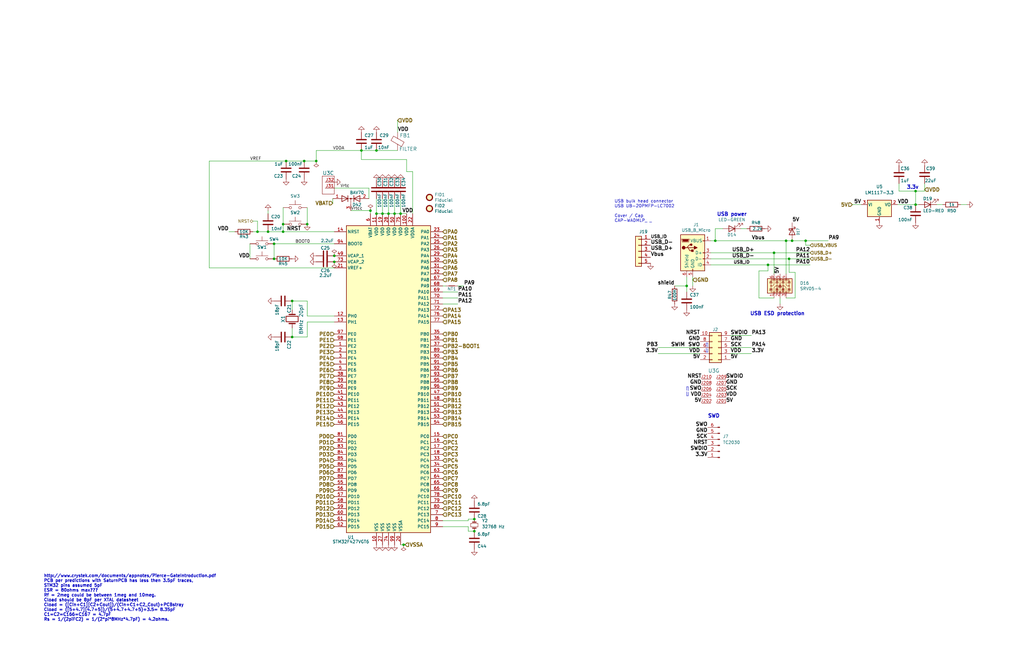
<source format=kicad_sch>
(kicad_sch (version 20211123) (generator eeschema)
  (paper "B")
  (title_block (title "microRusEFI-2L") (date "2020-05-24") (rev "R0.5.2") (company "rusEFI.com") (comment 1 "Donald Becker") (comment 2 "AI6OD"))
  (junction (at 326.39 106.68))
  (junction (at 339.725 101.6))
  (junction (at 331.47 101.6))
  (junction (at 129.54 94.615))
  (junction (at 163.83 90.17))
  (junction (at 386.08 86.36))
  (junction (at 156.21 88.9))
  (junction (at 323.85 111.76))
  (junction (at 332.74 109.22))
  (junction (at 119.38 97.79))
  (junction (at 123.19 127))
  (junction (at 301.625 101.6))
  (junction (at 108.585 97.79))
  (junction (at 161.29 90.17))
  (junction (at 140.97 110.49))
  (junction (at 140.97 107.95))
  (junction (at 120.65 67.945))
  (junction (at 158.75 90.17))
  (junction (at 168.91 90.17))
  (junction (at 158.75 63.5))
  (junction (at 115.57 102.87))
  (junction (at 334.01 101.6))
  (junction (at 152.4 63.5))
  (junction (at 123.19 142.24))
  (junction (at 200.025 219.075))
  (junction (at 133.35 67.945))
  (junction (at 289.56 120.65))
  (junction (at 128.27 67.945))
  (junction (at 113.03 97.79))
  (junction (at 170.18 229.87))
  (junction (at 115.57 109.22))
  (junction (at 166.37 90.17))
  (junction (at 386.08 80.645))
  (junction (at 200.025 224.155))
  (junction (at 119.38 94.615))
  (wire (pts (xy 108.585 93.345) (xy 108.585 97.79)))
  (wire (pts (xy 301.625 96.52) (xy 301.625 101.6)))
  (wire (pts (xy 186.69 120.65) (xy 187.96 120.65)))
  (wire (pts (xy 341.63 103.505) (xy 339.725 103.505)))
  (wire (pts (xy 140.97 79.375) (xy 155.575 79.375)))
  (wire (pts (xy 301.625 96.52) (xy 304.8 96.52)))
  (wire (pts (xy 113.03 97.79) (xy 119.38 97.79)))
  (wire (pts (xy 186.69 128.27) (xy 193.04 128.27)))
  (wire (pts (xy 158.75 63.5) (xy 167.64 63.5)))
  (wire (pts (xy 161.29 83.82) (xy 161.29 90.17)))
  (wire (pts (xy 284.48 120.65) (xy 289.56 120.65)))
  (wire (pts (xy 108.585 97.79) (xy 113.03 97.79)))
  (wire (pts (xy 295.275 146.685) (xy 277.495 146.685)))
  (polyline (pts (xy 289.56 163.195) (xy 290.195 163.195)))
  (wire (pts (xy 123.19 127) (xy 123.19 130.81)))
  (wire (pts (xy 140.97 133.35) (xy 129.54 133.35)))
  (wire (pts (xy 115.57 102.87) (xy 140.97 102.87)))
  (wire (pts (xy 129.54 135.89) (xy 129.54 142.24)))
  (wire (pts (xy 292.1 116.84) (xy 292.1 120.65)))
  (wire (pts (xy 307.975 149.225) (xy 316.865 149.225)))
  (wire (pts (xy 186.69 123.19) (xy 193.04 123.19)))
  (wire (pts (xy 331.47 101.6) (xy 331.47 115.57)))
  (wire (pts (xy 163.83 83.82) (xy 163.83 90.17)))
  (wire (pts (xy 405.13 86.36) (xy 407.67 86.36)))
  (wire (pts (xy 299.72 109.22) (xy 332.74 109.22)))
  (wire (pts (xy 186.69 125.73) (xy 193.04 125.73)))
  (wire (pts (xy 197.485 224.155) (xy 200.025 224.155)))
  (wire (pts (xy 307.975 141.605) (xy 316.865 141.605)))
  (wire (pts (xy 331.47 101.6) (xy 334.01 101.6)))
  (wire (pts (xy 332.74 109.22) (xy 341.63 109.22)))
  (wire (pts (xy 173.99 90.17) (xy 173.99 72.39)))
  (wire (pts (xy 129.54 87.63) (xy 129.54 94.615)))
  (wire (pts (xy 140.335 83.82) (xy 140.335 85.725)))
  (wire (pts (xy 156.21 88.9) (xy 156.21 90.17)))
  (wire (pts (xy 147.955 88.9) (xy 156.21 88.9)))
  (wire (pts (xy 128.27 67.945) (xy 133.35 67.945)))
  (wire (pts (xy 331.47 125.73) (xy 335.28 125.73)))
  (wire (pts (xy 197.485 219.71) (xy 197.485 219.075)))
  (wire (pts (xy 170.18 229.87) (xy 170.815 229.87)))
  (wire (pts (xy 152.4 63.5) (xy 152.4 67.31)))
  (wire (pts (xy 389.89 80.645) (xy 386.08 80.645)))
  (wire (pts (xy 119.38 97.79) (xy 140.97 97.79)))
  (wire (pts (xy 299.72 106.68) (xy 326.39 106.68)))
  (wire (pts (xy 123.19 138.43) (xy 123.19 142.24)))
  (wire (pts (xy 163.83 90.17) (xy 166.37 90.17)))
  (wire (pts (xy 168.91 229.87) (xy 170.18 229.87)))
  (wire (pts (xy 320.04 114.3) (xy 320.04 125.73)))
  (wire (pts (xy 332.74 109.22) (xy 332.74 114.935)))
  (wire (pts (xy 113.03 90.17) (xy 113.03 88.9)))
  (wire (pts (xy 386.08 80.645) (xy 386.08 86.36)))
  (wire (pts (xy 332.74 114.935) (xy 335.28 114.935)))
  (wire (pts (xy 119.38 87.63) (xy 119.38 94.615)))
  (wire (pts (xy 119.38 94.615) (xy 119.38 97.79)))
  (wire (pts (xy 171.45 67.31) (xy 171.45 72.39)))
  (wire (pts (xy 335.28 125.73) (xy 335.28 114.935)))
  (wire (pts (xy 295.275 149.225) (xy 277.495 149.225)))
  (polyline (pts (xy 290.195 163.195) (xy 290.195 167.005)))
  (wire (pts (xy 186.69 222.25) (xy 197.485 222.25)))
  (wire (pts (xy 171.45 67.31) (xy 152.4 67.31)))
  (wire (pts (xy 299.72 101.6) (xy 301.625 101.6)))
  (wire (pts (xy 161.29 90.17) (xy 163.83 90.17)))
  (wire (pts (xy 158.75 83.82) (xy 158.75 90.17)))
  (wire (pts (xy 106.68 97.79) (xy 108.585 97.79)))
  (wire (pts (xy 307.975 146.685) (xy 316.865 146.685)))
  (wire (pts (xy 289.56 116.84) (xy 289.56 120.65)))
  (polyline (pts (xy 297.815 144.78) (xy 298.45 144.78)))
  (wire (pts (xy 394.97 86.36) (xy 397.51 86.36)))
  (wire (pts (xy 379.095 77.47) (xy 379.095 80.645)))
  (wire (pts (xy 168.91 90.17) (xy 171.45 90.17)))
  (wire (pts (xy 152.4 63.5) (xy 158.75 63.5)))
  (wire (pts (xy 328.93 128.27) (xy 328.93 125.73)))
  (wire (pts (xy 323.85 114.3) (xy 320.04 114.3)))
  (wire (pts (xy 129.54 127) (xy 123.19 127)))
  (wire (pts (xy 88.265 67.945) (xy 120.65 67.945)))
  (wire (pts (xy 186.69 219.71) (xy 197.485 219.71)))
  (wire (pts (xy 106.68 93.345) (xy 108.585 93.345)))
  (wire (pts (xy 173.99 72.39) (xy 171.45 72.39)))
  (polyline (pts (xy 298.45 148.59) (xy 297.815 148.59)))
  (wire (pts (xy 378.46 86.36) (xy 386.08 86.36)))
  (wire (pts (xy 326.39 106.68) (xy 341.63 106.68)))
  (wire (pts (xy 323.85 114.3) (xy 323.85 111.76)))
  (wire (pts (xy 299.72 111.76) (xy 323.85 111.76)))
  (wire (pts (xy 326.39 106.68) (xy 326.39 115.57)))
  (wire (pts (xy 197.485 222.25) (xy 197.485 224.155)))
  (wire (pts (xy 389.89 77.47) (xy 389.89 80.645)))
  (wire (pts (xy 363.22 86.36) (xy 359.41 86.36)))
  (wire (pts (xy 334.01 101.6) (xy 339.725 101.6)))
  (wire (pts (xy 115.57 109.22) (xy 115.57 102.87)))
  (wire (pts (xy 301.625 101.6) (xy 331.47 101.6)))
  (wire (pts (xy 320.04 125.73) (xy 326.39 125.73)))
  (polyline (pts (xy 298.45 144.78) (xy 298.45 148.59)))
  (wire (pts (xy 99.06 97.79) (xy 96.52 97.79)))
  (wire (pts (xy 166.37 83.82) (xy 166.37 90.17)))
  (polyline (pts (xy 297.815 148.59) (xy 297.815 144.78)))
  (wire (pts (xy 120.65 67.945) (xy 128.27 67.945)))
  (wire (pts (xy 168.91 83.82) (xy 168.91 90.17)))
  (wire (pts (xy 88.265 67.945) (xy 88.265 113.03)))
  (wire (pts (xy 312.42 96.52) (xy 314.96 96.52)))
  (wire (pts (xy 193.04 120.65) (xy 195.58 120.65)))
  (wire (pts (xy 289.56 120.65) (xy 289.56 123.19)))
  (wire (pts (xy 379.095 80.645) (xy 386.08 80.645)))
  (wire (pts (xy 133.35 63.5) (xy 133.35 67.945)))
  (polyline (pts (xy 290.195 167.005) (xy 289.56 167.005)))
  (wire (pts (xy 158.75 90.17) (xy 161.29 90.17)))
  (wire (pts (xy 140.97 135.89) (xy 129.54 135.89)))
  (wire (pts (xy 129.54 127) (xy 129.54 133.35)))
  (wire (pts (xy 129.54 142.24) (xy 123.19 142.24)))
  (wire (pts (xy 323.85 111.76) (xy 341.63 111.76)))
  (wire (pts (xy 166.37 90.17) (xy 168.91 90.17)))
  (wire (pts (xy 339.725 101.6) (xy 349.25 101.6)))
  (wire (pts (xy 197.485 219.075) (xy 200.025 219.075)))
  (wire (pts (xy 167.64 50.8) (xy 167.64 55.88)))
  (wire (pts (xy 339.725 103.505) (xy 339.725 101.6)))
  (wire (pts (xy 133.35 63.5) (xy 152.4 63.5)))
  (wire (pts (xy 88.265 113.03) (xy 140.97 113.03)))
  (wire (pts (xy 386.08 86.36) (xy 387.35 86.36)))
  (wire (pts (xy 155.575 79.375) (xy 155.575 83.82)))
  (wire (pts (xy 105.41 109.22) (xy 105.41 102.87)))
  (polyline (pts (xy 289.56 167.005) (xy 289.56 163.195)))
  (text "http://www.crystek.com/documents/appnotes/Pierce-GateIntroduction.pdf\nPCB per predictions with SaturnPCB has less then 3.5pF traces, \nSTM32 pins assumed 5pF\nESR = 80ohms max???\nRf = 2meg could be between 1meg and 10meg.\nCload should be 8pF per XTAL datasheet\nCload = ([Cin+C1][C2+Cout])/(Cin+C1+C2_Cout)+PCBstray\nCload = ([5+4.7][4.7+5])/(5+4.7+4.7+5)+3.5= 8.35pF\nC1=C2=C166=C167 = 4.7pF\nRs = 1/(2piFC2) = 1/(2*pi*8MHz*4.7pF) = 4.2ohms. " (at 18.415 262.255 0) (effects (font (size 1.27 1.27) (thickness 0.254) bold) (justify left bottom)))
  (text "USB power" (at 302.26 91.44 0) (effects (font (size 1.524 1.524) (thickness 0.3048) bold) (justify left bottom)))
  (text "3.3v" (at 382.27 80.01 0) (effects (font (size 1.524 1.524) (thickness 0.3048) bold) (justify left bottom)))
  (text "USB ESD protection" (at 316.23 133.35 0) (effects (font (size 1.524 1.524) (thickness 0.3048) bold) (justify left bottom)))
  (text "SWD" (at 298.45 176.53 0) (effects (font (size 1.524 1.524) (thickness 0.3048) bold) (justify left bottom)))
  (text "USB bulk head connector\nUSB UB-20PMFP-LC7002\n\nCover / Cap\nCAP-WADMLP_ _" (at 259.08 93.98 0) (effects (font (size 1.27 1.27)) (justify left bottom)))
  (label "NRST" (at 298.45 187.96 180) (effects (font (size 1.524 1.524) (thickness 0.3048) bold)))
  (label "3.3V" (at 298.45 193.04 180) (effects (font (size 1.524 1.524) (thickness 0.3048) bold)))
  (label "PB3" (at 277.495 146.685 180) (effects (font (size 1.524 1.524) (thickness 0.3048) bold)))
  (label "VDD" (at 105.41 109.22 180) (effects (font (size 1.524 1.524) (thickness 0.3048) bold)))
  (label "5V" (at 307.975 151.765 0) (effects (font (size 1.524 1.524) (thickness 0.3048) bold)))
  (label "5V" (at 334.01 93.98 0) (effects (font (size 1.524 1.524) (thickness 0.3048) bold)))
  (label "5V" (at 363.22 86.36 180) (effects (font (size 1.524 1.524) (thickness 0.3048) bold)))
  (label "GND" (at 307.975 144.145 0) (effects (font (size 1.524 1.524) (thickness 0.3048) bold)))
  (label "PA11" (at 193.04 125.73 0) (effects (font (size 1.524 1.524) (thickness 0.3048) bold)))
  (label "USB_D+" (at 308.61 106.68 0) (effects (font (size 1.524 1.524) (thickness 0.3048) bold)))
  (label "Vbus" (at 322.58 101.6 180) (effects (font (size 1.524 1.524) (thickness 0.3048) bold)))
  (label "VDD" (at 295.91 167.64 180) (effects (font (size 1.524 1.524) (thickness 0.3048) bold)))
  (label "5V" (at 306.07 170.18 0) (effects (font (size 1.524 1.524) (thickness 0.3048) bold)))
  (label "GND" (at 295.275 144.145 180) (effects (font (size 1.524 1.524) (thickness 0.3048) bold)))
  (label "PA10" (at 193.04 123.19 0) (effects (font (size 1.524 1.524) (thickness 0.3048) bold)))
  (label "VDD" (at 306.07 167.64 0) (effects (font (size 1.524 1.524) (thickness 0.3048) bold)))
  (label "SCK" (at 307.975 146.685 0) (effects (font (size 1.524 1.524) (thickness 0.3048) bold)))
  (label "Vbus" (at 274.32 108.585 0) (effects (font (size 1.524 1.524) (thickness 0.3048) bold)))
  (label "SWIM" (at 288.925 146.685 180) (effects (font (size 1.524 1.524) (thickness 0.3048) bold)))
  (label "3.3V" (at 277.495 149.225 180) (effects (font (size 1.524 1.524) (thickness 0.3048) bold)))
  (label "5V" (at 328.93 115.57 90) (effects (font (size 1.524 1.524) (thickness 0.3048) bold)))
  (label "USB_D+" (at 274.32 106.045 0) (effects (font (size 1.524 1.524) (thickness 0.3048) bold)))
  (label "VDD" (at 96.52 97.79 180) (effects (font (size 1.524 1.524) (thickness 0.3048) bold)))
  (label "SWDIO" (at 307.975 141.605 0) (effects (font (size 1.524 1.524) (thickness 0.3048) bold)))
  (label "PA12" (at 341.63 106.68 180) (effects (font (size 1.524 1.524) (thickness 0.3048) bold)))
  (label "GND" (at 306.07 162.56 0) (effects (font (size 1.524 1.524) (thickness 0.3048) bold)))
  (label "SWDIO" (at 306.07 160.02 0) (effects (font (size 1.524 1.524) (thickness 0.3048) bold)))
  (label "shield" (at 284.48 120.65 180) (effects (font (size 1.524 1.524) (thickness 0.3048) bold)))
  (label "3.3V" (at 316.865 149.225 0) (effects (font (size 1.524 1.524) (thickness 0.3048) bold)))
  (label "PA13" (at 316.865 141.605 0) (effects (font (size 1.524 1.524) (thickness 0.3048) bold)))
  (label "SWO" (at 295.91 165.1 180) (effects (font (size 1.524 1.524) (thickness 0.3048) bold)))
  (label "PA10" (at 341.63 111.76 180) (effects (font (size 1.524 1.524) (thickness 0.3048) bold)))
  (label "VDD" (at 307.975 149.225 0) (effects (font (size 1.524 1.524) (thickness 0.3048) bold)))
  (label "VDDA" (at 140.335 63.5 0))
  (label "BOOT0" (at 124.46 102.87 0))
  (label "GND" (at 298.45 182.88 180) (effects (font (size 1.524 1.524) (thickness 0.3048) bold)))
  (label "VDD" (at 378.46 86.36 0) (effects (font (size 1.524 1.524) (thickness 0.3048) bold)))
  (label "NRST" (at 295.91 160.02 180) (effects (font (size 1.524 1.524) (thickness 0.3048) bold)))
  (label "SWO" (at 295.275 146.685 180) (effects (font (size 1.524 1.524) (thickness 0.3048) bold)))
  (label "PA9" (at 195.58 120.65 0) (effects (font (size 1.524 1.524) (thickness 0.3048) bold)))
  (label "5V" (at 295.275 151.765 180) (effects (font (size 1.524 1.524) (thickness 0.3048) bold)))
  (label "Vrtc" (at 143.51 79.375 0))
  (label "SCK" (at 306.07 165.1 0) (effects (font (size 1.524 1.524) (thickness 0.3048) bold)))
  (label "VDD" (at 167.64 55.88 0) (effects (font (size 1.524 1.524) (thickness 0.3048) bold)))
  (label "NRST" (at 295.275 141.605 180) (effects (font (size 1.524 1.524) (thickness 0.3048) bold)))
  (label "USB_ID" (at 274.32 100.965 0) (effects (font (thickness 0.254) bold)))
  (label "USB_D-" (at 274.32 103.505 0) (effects (font (size 1.524 1.524) (thickness 0.3048) bold)))
  (label "PA12" (at 193.04 128.27 0) (effects (font (size 1.524 1.524) (thickness 0.3048) bold)))
  (label "5V" (at 295.91 170.18 180) (effects (font (size 1.524 1.524) (thickness 0.3048) bold)))
  (label "GND" (at 295.91 162.56 180) (effects (font (size 1.524 1.524) (thickness 0.3048) bold)))
  (label "SWDIO" (at 298.45 190.5 180) (effects (font (size 1.524 1.524) (thickness 0.3048) bold)))
  (label "USB_ID" (at 309.245 111.76 0) (effects (font (thickness 0.254) bold)))
  (label "VDD" (at 169.545 90.17 0) (effects (font (size 1.524 1.524) (thickness 0.3048) bold)))
  (label "SWO" (at 298.45 180.34 180) (effects (font (size 1.524 1.524) (thickness 0.3048) bold)))
  (label "VREF" (at 105.41 67.945 0))
  (label "NRST" (at 127 97.79 180) (effects (font (size 1.524 1.524) (thickness 0.3048) bold)))
  (label "VDD" (at 295.275 149.225 180) (effects (font (size 1.524 1.524) (thickness 0.3048) bold)))
  (label "PA14" (at 316.865 146.685 0) (effects (font (size 1.524 1.524) (thickness 0.3048) bold)))
  (label "SCK" (at 298.45 185.42 180) (effects (font (size 1.524 1.524) (thickness 0.3048) bold)))
  (label "Vrtcc" (at 147.955 88.9 0))
  (label "USB_D-" (at 308.61 109.22 0) (effects (font (size 1.524 1.524) (thickness 0.3048) bold)))
  (label "PA11" (at 341.63 109.22 180) (effects (font (size 1.524 1.524) (thickness 0.3048) bold)))
  (label "PA9" (at 349.25 101.6 0) (effects (font (size 1.524 1.524) (thickness 0.3048) bold)))
  (hierarchical_label "PD4" (shape input) (at 140.97 194.31 180) (effects (font (size 1.524 1.524) (thickness 0.3048) bold)))
  (hierarchical_label "PD8" (shape input) (at 140.97 204.47 180) (effects (font (size 1.524 1.524) (thickness 0.3048) bold)))
  (hierarchical_label "PC1" (shape input) (at 186.69 186.69 0) (effects (font (size 1.524 1.524) (thickness 0.3048) bold)))
  (hierarchical_label "PE14" (shape input) (at 140.97 176.53 180) (effects (font (size 1.524 1.524) (thickness 0.3048) bold)))
  (hierarchical_label "PB7" (shape input) (at 186.69 158.75 0) (effects (font (size 1.524 1.524) (thickness 0.3048) bold)))
  (hierarchical_label "PA14" (shape input) (at 186.69 133.35 0) (effects (font (size 1.524 1.524) (thickness 0.3048) bold)))
  (hierarchical_label "PD15" (shape input) (at 140.97 222.25 180) (effects (font (size 1.524 1.524) (thickness 0.3048) bold)))
  (hierarchical_label "PC12" (shape input) (at 186.69 214.63 0) (effects (font (size 1.524 1.524) (thickness 0.3048) bold)))
  (hierarchical_label "PB3" (shape input) (at 186.69 148.59 0) (effects (font (size 1.524 1.524) (thickness 0.3048) bold)))
  (hierarchical_label "PB6" (shape input) (at 186.69 156.21 0) (effects (font (size 1.524 1.524) (thickness 0.3048) bold)))
  (hierarchical_label "VSSA" (shape input) (at 170.815 229.87 0) (effects (font (size 1.524 1.524) (thickness 0.3048) bold)))
  (hierarchical_label "PE10" (shape input) (at 140.97 166.37 180) (effects (font (size 1.524 1.524) (thickness 0.3048) bold)))
  (hierarchical_label "PE15" (shape input) (at 140.97 179.07 180) (effects (font (size 1.524 1.524) (thickness 0.3048) bold)))
  (hierarchical_label "USB_D-" (shape input) (at 341.63 109.22 0) (effects (font (thickness 0.254) bold)))
  (hierarchical_label "PE6" (shape input) (at 140.97 156.21 180) (effects (font (size 1.524 1.524) (thickness 0.3048) bold)))
  (hierarchical_label "NRST" (shape bidirectional) (at 106.68 93.345 180))
  (hierarchical_label "PE8" (shape input) (at 140.97 161.29 180) (effects (font (size 1.524 1.524) (thickness 0.3048) bold)))
  (hierarchical_label "PB8" (shape input) (at 186.69 161.29 0) (effects (font (size 1.524 1.524) (thickness 0.3048) bold)))
  (hierarchical_label "PE7" (shape input) (at 140.97 158.75 180) (effects (font (size 1.524 1.524) (thickness 0.3048) bold)))
  (hierarchical_label "PD3" (shape input) (at 140.97 191.77 180) (effects (font (size 1.524 1.524) (thickness 0.3048) bold)))
  (hierarchical_label "PB15" (shape input) (at 186.69 179.07 0) (effects (font (size 1.524 1.524) (thickness 0.3048) bold)))
  (hierarchical_label "PD7" (shape input) (at 140.97 201.93 180) (effects (font (size 1.524 1.524) (thickness 0.3048) bold)))
  (hierarchical_label "PA0" (shape input) (at 186.69 97.79 0) (effects (font (size 1.524 1.524) (thickness 0.3048) bold)))
  (hierarchical_label "PB12" (shape input) (at 186.69 171.45 0) (effects (font (size 1.524 1.524) (thickness 0.3048) bold)))
  (hierarchical_label "PA7" (shape input) (at 186.69 115.57 0) (effects (font (size 1.524 1.524) (thickness 0.3048) bold)))
  (hierarchical_label "PB5" (shape input) (at 186.69 153.67 0) (effects (font (size 1.524 1.524) (thickness 0.3048) bold)))
  (hierarchical_label "PD6" (shape input) (at 140.97 199.39 180) (effects (font (size 1.524 1.524) (thickness 0.3048) bold)))
  (hierarchical_label "PE0" (shape input) (at 140.97 140.97 180) (effects (font (size 1.524 1.524) (thickness 0.3048) bold)))
  (hierarchical_label "PE4" (shape input) (at 140.97 151.13 180) (effects (font (size 1.524 1.524) (thickness 0.3048) bold)))
  (hierarchical_label "PD9" (shape input) (at 140.97 207.01 180) (effects (font (size 1.524 1.524) (thickness 0.3048) bold)))
  (hierarchical_label "PA5" (shape input) (at 186.69 110.49 0) (effects (font (size 1.524 1.524) (thickness 0.3048) bold)))
  (hierarchical_label "VBAT" (shape input) (at 140.335 85.725 180) (effects (font (size 1.524 1.524) (thickness 0.3048) bold)))
  (hierarchical_label "PA2" (shape input) (at 186.69 102.87 0) (effects (font (size 1.524 1.524) (thickness 0.3048) bold)))
  (hierarchical_label "PD12" (shape input) (at 140.97 214.63 180) (effects (font (size 1.524 1.524) (thickness 0.3048) bold)))
  (hierarchical_label "PE13" (shape input) (at 140.97 173.99 180) (effects (font (size 1.524 1.524) (thickness 0.3048) bold)))
  (hierarchical_label "PC2" (shape input) (at 186.69 189.23 0) (effects (font (size 1.524 1.524) (thickness 0.3048) bold)))
  (hierarchical_label "PB14" (shape input) (at 186.69 176.53 0) (effects (font (size 1.524 1.524) (thickness 0.3048) bold)))
  (hierarchical_label "PA1" (shape input) (at 186.69 100.33 0) (effects (font (size 1.524 1.524) (thickness 0.3048) bold)))
  (hierarchical_label "PD0" (shape input) (at 140.97 184.15 180) (effects (font (size 1.524 1.524) (thickness 0.3048) bold)))
  (hierarchical_label "PE2" (shape input) (at 140.97 146.05 180) (effects (font (size 1.524 1.524) (thickness 0.3048) bold)))
  (hierarchical_label "PB10" (shape input) (at 186.69 166.37 0) (effects (font (size 1.524 1.524) (thickness 0.3048) bold)))
  (hierarchical_label "PB4" (shape input) (at 186.69 151.13 0) (effects (font (size 1.524 1.524) (thickness 0.3048) bold)))
  (hierarchical_label "PD14" (shape input) (at 140.97 219.71 180) (effects (font (size 1.524 1.524) (thickness 0.3048) bold)))
  (hierarchical_label "PE5" (shape input) (at 140.97 153.67 180) (effects (font (size 1.524 1.524) (thickness 0.3048) bold)))
  (hierarchical_label "PB13" (shape input) (at 186.69 173.99 0) (effects (font (size 1.524 1.524) (thickness 0.3048) bold)))
  (hierarchical_label "PA3" (shape input) (at 186.69 105.41 0) (effects (font (size 1.524 1.524) (thickness 0.3048) bold)))
  (hierarchical_label "PA13" (shape input) (at 186.69 130.81 0) (effects (font (size 1.524 1.524) (thickness 0.3048) bold)))
  (hierarchical_label "PD2" (shape input) (at 140.97 189.23 180) (effects (font (size 1.524 1.524) (thickness 0.3048) bold)))
  (hierarchical_label "PD10" (shape input) (at 140.97 209.55 180) (effects (font (size 1.524 1.524) (thickness 0.3048) bold)))
  (hierarchical_label "PA15" (shape input) (at 186.69 135.89 0) (effects (font (size 1.524 1.524) (thickness 0.3048) bold)))
  (hierarchical_label "USB_VBUS" (shape input) (at 341.63 103.505 0) (effects (font (thickness 0.254) bold)))
  (hierarchical_label "USB_D+" (shape input) (at 341.63 106.68 0) (effects (font (thickness 0.254) bold)))
  (hierarchical_label "PC8" (shape input) (at 186.69 204.47 0) (effects (font (size 1.524 1.524) (thickness 0.3048) bold)))
  (hierarchical_label "PC4" (shape input) (at 186.69 194.31 0) (effects (font (size 1.524 1.524) (thickness 0.3048) bold)))
  (hierarchical_label "PB2-BOOT1" (shape input) (at 186.69 146.05 0) (effects (font (size 1.524 1.524) (thickness 0.3048) bold)))
  (hierarchical_label "PA8" (shape input) (at 186.69 118.11 0) (effects (font (size 1.524 1.524) (thickness 0.3048) bold)))
  (hierarchical_label "PC0" (shape input) (at 186.69 184.15 0) (effects (font (size 1.524 1.524) (thickness 0.3048) bold)))
  (hierarchical_label "PE12" (shape input) (at 140.97 171.45 180) (effects (font (size 1.524 1.524) (thickness 0.3048) bold)))
  (hierarchical_label "PC11" (shape input) (at 186.69 212.09 0) (effects (font (size 1.524 1.524) (thickness 0.3048) bold)))
  (hierarchical_label "PC13" (shape input) (at 186.69 217.17 0) (effects (font (size 1.524 1.524) (thickness 0.3048) bold)))
  (hierarchical_label "PC7" (shape input) (at 186.69 201.93 0) (effects (font (size 1.524 1.524) (thickness 0.3048) bold)))
  (hierarchical_label "PC9" (shape input) (at 186.69 207.01 0) (effects (font (size 1.524 1.524) (thickness 0.3048) bold)))
  (hierarchical_label "PA6" (shape input) (at 186.69 113.03 0) (effects (font (size 1.524 1.524) (thickness 0.3048) bold)))
  (hierarchical_label "PD5" (shape input) (at 140.97 196.85 180) (effects (font (size 1.524 1.524) (thickness 0.3048) bold)))
  (hierarchical_label "PA4" (shape input) (at 186.69 107.95 0) (effects (font (size 1.524 1.524) (thickness 0.3048) bold)))
  (hierarchical_label "PC5" (shape input) (at 186.69 196.85 0) (effects (font (size 1.524 1.524) (thickness 0.3048) bold)))
  (hierarchical_label "PC3" (shape input) (at 186.69 191.77 0) (effects (font (size 1.524 1.524) (thickness 0.3048) bold)))
  (hierarchical_label "PE1" (shape input) (at 140.97 143.51 180) (effects (font (size 1.524 1.524) (thickness 0.3048) bold)))
  (hierarchical_label "PE3" (shape input) (at 140.97 148.59 180) (effects (font (size 1.524 1.524) (thickness 0.3048) bold)))
  (hierarchical_label "PD13" (shape input) (at 140.97 217.17 180) (effects (font (size 1.524 1.524) (thickness 0.3048) bold)))
  (hierarchical_label "PB0" (shape input) (at 186.69 140.97 0) (effects (font (size 1.524 1.524) (thickness 0.3048) bold)))
  (hierarchical_label "GND" (shape input) (at 292.1 118.11 0) (effects (font (size 1.524 1.524) (thickness 0.3048) bold)))
  (hierarchical_label "PE9" (shape input) (at 140.97 163.83 180) (effects (font (size 1.524 1.524) (thickness 0.3048) bold)))
  (hierarchical_label "PB11" (shape input) (at 186.69 168.91 0) (effects (font (size 1.524 1.524) (thickness 0.3048) bold)))
  (hierarchical_label "PB9" (shape input) (at 186.69 163.83 0) (effects (font (size 1.524 1.524) (thickness 0.3048) bold)))
  (hierarchical_label "5V" (shape input) (at 359.41 86.36 180) (effects (font (size 1.524 1.524) (thickness 0.3048) bold)))
  (hierarchical_label "PD11" (shape input) (at 140.97 212.09 180) (effects (font (size 1.524 1.524) (thickness 0.3048) bold)))
  (hierarchical_label "PD1" (shape input) (at 140.97 186.69 180) (effects (font (size 1.524 1.524) (thickness 0.3048) bold)))
  (hierarchical_label "VDD" (shape input) (at 167.64 50.8 0) (effects (font (size 1.524 1.524) (thickness 0.3048) bold)))
  (hierarchical_label "PC6" (shape input) (at 186.69 199.39 0) (effects (font (size 1.524 1.524) (thickness 0.3048) bold)))
  (hierarchical_label "VDD" (shape input) (at 389.89 80.01 0) (effects (font (size 1.524 1.524) (thickness 0.3048) bold)))
  (hierarchical_label "PE11" (shape input) (at 140.97 168.91 180) (effects (font (size 1.524 1.524) (thickness 0.3048) bold)))
  (hierarchical_label "PC10" (shape input) (at 186.69 209.55 0) (effects (font (size 1.524 1.524) (thickness 0.3048) bold)))
  (hierarchical_label "PB1" (shape input) (at 186.69 143.51 0) (effects (font (size 1.524 1.524) (thickness 0.3048) bold)))
  (symbol (lib_id "power:GND") (at 158.75 229.87 0) (unit 1)
    (property "Reference" "#PWR0108" (effects hide))
    (property "Value" "GND" (effects hide))
  )
  (symbol (lib_id "Device:C") (at 137.16 107.95 270) (unit 1)
    (property "Reference" "C25" (at 137.16 104.648 90))
    (property "Value" "2.2uF" (at 135.255 101.6 90) (effects (justify left)))
    (property "Footprint" "Capacitor_SMD:C_0603_1608Metric" (effects hide))
    (property "PageName" "stm32f407_board" (effects hide))
    (property "Part #" "GRM188R6YA225KA12D" (effects hide))
    (property "VEND" "DIGI" (effects hide))
    (property "VEND#" "490-7204-1-ND" (effects hide))
    (property "Manufacturer" "MURATA" (effects hide))
    (property "LCSC" "C23630" (effects hide))
  )
  (symbol (lib_id "Device:C") (at 137.16 110.49 270) (unit 1)
    (property "Reference" "C26" (at 137.16 114.173 90))
    (property "Value" "2.2uF" (at 134.62 116.205 90) (effects (justify left)))
    (property "Footprint" "Capacitor_SMD:C_0603_1608Metric" (effects hide))
    (property "PageName" "stm32f407_board" (effects hide))
    (property "LCSC" "C23630" (effects hide))
    (property "Part #" "GRM188R6YA225KA12D" (effects hide))
    (property "VEND" "DIGI" (effects hide))
    (property "VEND#" "490-7204-1-ND" (effects hide))
    (property "Manufacturer" "MURATA" (effects hide))
  )
  (symbol (lib_id "power:GND") (at 133.35 107.95 270) (unit 1)
    (property "Reference" "#PWR0111" (effects hide))
    (property "Value" "GND" (effects hide))
  )
  (symbol (lib_id "power:GND") (at 133.35 110.49 270) (unit 1)
    (property "Reference" "#PWR0112" (effects hide))
    (property "Value" "GND" (effects hide))
  )
  (symbol (lib_id "Device:Crystal") (at 123.19 134.62 90) (unit 1)
    (property "Reference" "X1" (at 119.38 134.62 0) (effects (font (size 1.524 1.524))))
    (property "Value" "8MHz 20pF" (at 127 134.62 0) (effects (font (size 1.524 1.524))))
    (property "Footprint" "Crystal:Crystal_SMD_5032-2Pin_5.0x3.2mm" (effects hide))
    (property "PageName" "stm32f407_board" (effects hide))
    (property "LCSC" "C115962" (effects hide))
  )
  (symbol (lib_id "Device:C") (at 152.4 59.69 0) (unit 1)
    (property "Reference" "C27" (at 153.67 57.15 0) (effects (justify left)))
    (property "Value" "1uF" (at 153.67 62.23 0) (effects (justify left)))
    (property "Footprint" "Capacitor_SMD:C_0603_1608Metric" (effects hide))
    (property "Part #" "UMK107BJ105KA-T" (effects hide))
    (property "VEND" "DIGI" (effects hide))
    (property "VEND#" "587-2400-1-ND" (effects hide))
    (property "Manufacturer" "Taiyo Yuden" (effects hide))
    (property "LCSC" "C15849" (effects hide))
  )
  (symbol (lib_id "Device:C") (at 158.75 59.69 0) (unit 1)
    (property "Reference" "C29" (at 160.02 57.15 0) (effects (justify left)))
    (property "Value" "10nF" (at 159.385 62.23 0) (effects (justify left)))
    (property "Footprint" "Capacitor_SMD:C_0603_1608Metric" (effects hide))
    (property "Part #" "C0603C103K1RACTU" (effects hide))
    (property "VEND" "DIGI" (effects hide))
    (property "VEND#" "399-3189-1-ND" (effects hide))
    (property "Manufacturer" "KEMET" (effects hide))
    (property "LCSC" "C57112" (effects hide))
  )
  (symbol (lib_id "power:GND") (at 158.75 55.88 180) (unit 1)
    (property "Reference" "#PWR0115" (effects hide))
    (property "Value" "GND" (effects hide))
  )
  (symbol (lib_id "Device:C") (at 166.37 80.01 0) (unit 1)
    (property "Reference" "C33" (at 167.64 78.74 90) (effects (justify left)))
    (property "Value" "100nF" (at 167.64 87.63 90) (effects (justify left)))
    (property "Footprint" "Capacitor_SMD:C_0603_1608Metric" (effects hide))
    (property "PageName" "stm32f407_board" (effects hide))
    (property "LCSC" "C14663" (effects hide))
    (property "Manufacturer" "KEMET" (effects hide))
    (property "Part #" "C0603C104J5RACTU" (effects hide))
    (property "VEND" "DIGI" (effects hide))
    (property "VEND#" "399-7844-1-ND" (effects hide))
  )
  (symbol (lib_id "power:GND") (at 166.37 76.2 180) (unit 1)
    (property "Reference" "#PWR0123" (effects hide))
    (property "Value" "GND" (effects hide))
  )
  (symbol (lib_id "Device:D_Schottky") (at 334.01 97.79 270) (unit 1)
    (property "Reference" "D17" (at 336.55 97.79 0) (effects (font (size 1.016 1.016))))
    (property "Value" "B5819W" (effects hide))
    (property "Footprint" "Diode_SMD:D_SOD-123" (effects hide))
    (property "LCSC" "C8598" (effects hide))
  )
  (symbol (lib_id "Device:Ferrite_Bead") (at 167.64 59.69 0) (unit 1)
    (property "Reference" "FB1" (at 170.815 57.15 0) (effects (font (size 1.524 1.524))))
    (property "Value" "FILTER" (at 172.085 62.865 0) (effects (font (size 1.524 1.524))))
    (property "Footprint" "Resistor_SMD:R_0603_1608Metric_Pad1.05x0.95mm_HandSolder" (effects hide))
    (property "PageName" "stm32f407_board" (effects hide))
    (property "Part #" "BLM21PG221SN1D" (effects hide))
    (property "VEND" "DIGI" (effects hide))
    (property "VEND#" "490-1054-1-ND" (effects hide))
    (property "Manufacturer" "Murata " (effects hide))
    (property "LCSC" "C1034" (effects hide))
  )
  (symbol (lib_id "power:GND") (at 163.83 229.87 0) (unit 1)
    (property "Reference" "#PWR0117" (effects hide))
    (property "Value" "GND" (effects hide))
  )
  (symbol (lib_id "power:GND") (at 152.4 55.88 180) (unit 1)
    (property "Reference" "#PWR0114" (effects hide))
    (property "Value" "GND" (effects hide))
  )
  (symbol (lib_id "Device:R") (at 102.87 97.79 90) (mirror x) (unit 1)
    (property "Reference" "R43" (at 102.87 99.822 90))
    (property "Value" "10K" (at 102.87 97.79 90))
    (property "Footprint" "Resistor_SMD:R_0603_1608Metric" (effects hide))
    (property "Datasheet" "TBD" (effects hide))
    (property "Part #" "RMCF0603JT10K0" (effects hide))
    (property "VEND" "DIGI" (effects hide))
    (property "VEND#" "RMCF0603JT10K0CT-ND" (effects hide))
    (property "Manufacturer" "StackPole" (effects hide))
    (property "LCSC" "C25804" (effects hide))
  )
  (symbol (lib_id "power:GND") (at 113.03 88.9 180) (unit 1)
    (property "Reference" "#PWR0120" (effects hide))
    (property "Value" "GND" (effects hide))
  )
  (symbol (lib_id "Device:C") (at 168.91 80.01 0) (unit 1)
    (property "Reference" "C34" (at 170.18 78.74 90) (effects (justify left)))
    (property "Value" "100nF" (at 170.18 87.63 90) (effects (justify left)))
    (property "Footprint" "Capacitor_SMD:C_0603_1608Metric" (effects hide))
    (property "PageName" "stm32f407_board" (effects hide))
    (property "LCSC" "C14663" (effects hide))
    (property "Manufacturer" "KEMET" (effects hide))
    (property "Part #" "C0603C104J5RACTU" (effects hide))
    (property "VEND" "DIGI" (effects hide))
    (property "VEND#" "399-7844-1-ND" (effects hide))
  )
  (symbol (lib_id "power:GND") (at 168.91 76.2 180) (unit 1)
    (property "Reference" "#PWR0122" (effects hide))
    (property "Value" "GND" (effects hide))
  )
  (symbol (lib_id "power:GND") (at 166.37 229.87 0) (unit 1)
    (property "Reference" "#PWR0125" (effects hide))
    (property "Value" "GND" (effects hide))
  )
  (symbol (lib_id "power:GND") (at 161.29 229.87 0) (unit 1)
    (property "Reference" "#PWR0127" (effects hide))
    (property "Value" "GND" (effects hide))
  )
  (symbol (lib_id "power:GND") (at 389.89 69.85 180) (unit 1)
    (property "Reference" "#PWR0101" (effects hide))
    (property "Value" "GND" (effects hide))
  )
  (symbol (lib_id "Device:C") (at 119.38 142.24 270) (unit 1)
    (property "Reference" "C22" (at 121.92 143.51 0) (effects (justify left)))
    (property "Value" "18pF" (at 116.84 143.51 0) (effects (justify left)))
    (property "Footprint" "Capacitor_SMD:C_0603_1608Metric" (effects hide))
    (property "PageName" "stm32f407_board" (effects hide))
    (property "Part #" "CL10C180JB8NNNC" (effects hide))
    (property "VEND" "DIGI" (effects hide))
    (property "VEND#" "1276-1089-1-ND" (effects hide))
    (property "LCSC" "C1647" (effects hide))
  )
  (symbol (lib_id "power:GND") (at 115.57 127 270) (unit 1)
    (property "Reference" "#PWR0141" (effects hide))
    (property "Value" "GND" (effects hide))
  )
  (symbol (lib_id "power:GND") (at 115.57 142.24 270) (unit 1)
    (property "Reference" "#PWR0157" (effects hide))
    (property "Value" "GND" (effects hide))
  )
  (symbol (lib_id "Device:R") (at 318.77 96.52 270) (mirror x) (unit 1)
    (property "Reference" "R48" (at 318.77 93.98 90))
    (property "Value" "2.2k" (at 319.405 96.52 90))
    (property "Footprint" "Resistor_SMD:R_0603_1608Metric" (effects hide))
    (property "PageName" "stm32f407_board" (effects hide))
    (property "Part #" "RMCF0603FT2K20" (effects hide))
    (property "VEND" "DIGI" (effects hide))
    (property "VEND#" "RMCF0603FT2K20CT-ND" (effects hide))
    (property "Manufacturer" "StackPole" (effects hide))
    (property "LCSC" "C4190" (effects hide))
  )
  (symbol (lib_id "power:GND") (at 322.58 96.52 90) (unit 1)
    (property "Reference" "#PWR0104" (effects hide))
    (property "Value" "GND" (effects hide))
  )
  (symbol (lib_id "power:GND") (at 328.93 128.27 0) (unit 1)
    (property "Reference" "#PWR0105" (effects hide))
    (property "Value" "GND" (effects hide))
  )
  (symbol (lib_id "Device:LED") (at 308.61 96.52 180) (unit 1)
    (property "Reference" "D14" (at 308.61 99.06 0))
    (property "Value" "LED-GREEN" (at 308.61 92.71 0))
    (property "Footprint" "Capacitor_SMD:C_0805_2012Metric" (effects hide))
    (property "PageName" "stm32f407_board" (effects hide))
    (property "LCSC" "C2297" (effects hide))
  )
  (symbol (lib_id "power:GND") (at 284.48 128.27 0) (unit 1)
    (property "Reference" "#PWR0143" (effects hide))
    (property "Value" "GND" (effects hide))
  )
  (symbol (lib_id "Device:C") (at 163.83 80.01 0) (unit 1)
    (property "Reference" "C32" (at 165.1 78.74 90) (effects (justify left)))
    (property "Value" "100nF" (at 165.1 87.63 90) (effects (justify left)))
    (property "Footprint" "Capacitor_SMD:C_0603_1608Metric" (effects hide))
    (property "PageName" "stm32f407_board" (effects hide))
    (property "LCSC" "C14663" (effects hide))
    (property "Manufacturer" "KEMET" (effects hide))
    (property "Part #" "C0603C104J5RACTU" (effects hide))
    (property "VEND" "DIGI" (effects hide))
    (property "VEND#" "399-7844-1-ND" (effects hide))
  )
  (symbol (lib_id "Device:C") (at 161.29 80.01 0) (unit 1)
    (property "Reference" "C31" (at 162.56 78.74 90) (effects (justify left)))
    (property "Value" "100nF" (at 162.56 87.63 90) (effects (justify left)))
    (property "Footprint" "Capacitor_SMD:C_0603_1608Metric" (effects hide))
    (property "PageName" "stm32f407_board" (effects hide))
    (property "LCSC" "C14663" (effects hide))
    (property "Manufacturer" "KEMET" (effects hide))
    (property "Part #" "C0603C104J5RACTU" (effects hide))
    (property "VEND" "DIGI" (effects hide))
    (property "VEND#" "399-7844-1-ND" (effects hide))
  )
  (symbol (lib_id "power:GND") (at 163.83 76.2 180) (unit 1)
    (property "Reference" "#PWR0129" (effects hide))
    (property "Value" "GND" (effects hide))
  )
  (symbol (lib_id "power:GND") (at 161.29 76.2 180) (unit 1)
    (property "Reference" "#PWR0131" (effects hide))
    (property "Value" "GND" (effects hide))
  )
  (symbol (lib_id "Device:C") (at 158.75 80.01 0) (unit 1)
    (property "Reference" "C30" (at 160.02 78.74 90) (effects (justify left)))
    (property "Value" "100nF" (at 160.02 87.63 90) (effects (justify left)))
    (property "Footprint" "Capacitor_SMD:C_0603_1608Metric" (effects hide))
    (property "PageName" "stm32f407_board" (effects hide))
    (property "LCSC" "C14663" (effects hide))
    (property "Manufacturer" "KEMET" (effects hide))
    (property "Part #" "C0603C104J5RACTU" (effects hide))
    (property "VEND" "DIGI" (effects hide))
    (property "VEND#" "399-7844-1-ND" (effects hide))
  )
  (symbol (lib_id "power:GND") (at 158.75 76.2 180) (unit 1)
    (property "Reference" "#PWR0132" (effects hide))
    (property "Value" "GND" (effects hide))
  )
  (symbol (lib_id "Device:LED") (at 391.16 86.36 180) (unit 1)
    (property "Reference" "D19" (at 391.16 83.82 0))
    (property "Value" "LED-RED" (at 393.7 88.9 0))
    (property "Footprint" "LED_SMD:LED_0603_1608Metric" (effects hide))
    (property "LCSC" "C2286" (effects hide))
  )
  (symbol (lib_id "power:GND") (at 407.67 86.36 90) (unit 1)
    (property "Reference" "#PWR0106" (effects hide))
    (property "Value" "GND" (effects hide))
  )
  (symbol (lib_id "Power_Protection:NUP4202") (at 328.93 120.65 0) (unit 1)
    (property "Reference" "D16" (at 337.312 119.4816 0) (effects (justify left)))
    (property "Value" "SRV05-4" (at 337.312 121.793 0) (effects (justify left)))
    (property "Footprint" "Package_TO_SOT_SMD:SOT-23-6" (effects hide))
    (property "LCSC" "C85364" (effects hide))
  )
  (symbol (lib_id "Device:C") (at 386.08 90.17 0) (mirror y) (unit 1)
    (property "Reference" "C38" (at 384.81 87.63 0) (effects (justify left)))
    (property "Value" "100nF" (at 384.81 92.71 0) (effects (justify left)))
    (property "Footprint" "Capacitor_SMD:C_0603_1608Metric" (effects hide))
    (property "PageName" "stm32f407_board" (effects hide))
    (property "Part #" "C0603C104J5RACTU" (effects hide))
    (property "VEND" "DIGI" (effects hide))
    (property "VEND#" "399-7844-1-ND" (effects hide))
    (property "Manufacturer" "KEMET" (effects hide))
    (property "LCSC" "C14663" (effects hide))
  )
  (symbol (lib_id "power:GND") (at 386.08 93.98 0) (unit 1)
    (property "Reference" "#PWR0107" (effects hide))
    (property "Value" "GND" (effects hide))
  )
  (symbol (lib_id "Device:R") (at 119.38 109.22 90) (mirror x) (unit 1)
    (property "Reference" "R45" (at 119.38 111.252 90))
    (property "Value" "10K" (at 119.38 109.22 90))
    (property "Footprint" "Resistor_SMD:R_0603_1608Metric" (effects hide))
    (property "Datasheet" "TBD" (effects hide))
    (property "Part #" "RMCF0603JT10K0" (effects hide))
    (property "VEND" "DIGI" (effects hide))
    (property "VEND#" "RMCF0603JT10K0CT-ND" (effects hide))
    (property "Manufacturer" "StackPole" (effects hide))
    (property "LCSC" "C25804" (effects hide))
  )
  (symbol (lib_id "Device:C") (at 120.65 71.755 180) (unit 1)
    (property "Reference" "C23" (at 119.38 74.295 0) (effects (justify left)))
    (property "Value" "1uF" (at 119.38 69.215 0) (effects (justify left)))
    (property "Footprint" "Capacitor_SMD:C_0603_1608Metric" (effects hide))
    (property "Part #" "UMK107BJ105KA-T" (effects hide))
    (property "VEND" "DIGI" (effects hide))
    (property "VEND#" "587-2400-1-ND" (effects hide))
    (property "Manufacturer" "Taiyo Yuden" (effects hide))
    (property "LCSC" "C15849" (effects hide))
  )
  (symbol (lib_id "Device:C") (at 128.27 71.755 180) (unit 1)
    (property "Reference" "C24" (at 127 74.295 0) (effects (justify left)))
    (property "Value" "100nF" (at 127.635 69.215 0) (effects (justify left)))
    (property "Footprint" "Capacitor_SMD:C_0603_1608Metric" (effects hide))
    (property "LCSC" "C14663" (effects hide))
    (property "Manufacturer" "KEMET" (effects hide))
    (property "Part #" "C0603C104J5RACTU" (effects hide))
    (property "VEND" "DIGI" (effects hide))
    (property "VEND#" "399-7844-1-ND" (effects hide))
  )
  (symbol (lib_id "power:GND") (at 120.65 75.565 0) (unit 1)
    (property "Reference" "#PWR0147" (effects hide))
    (property "Value" "GND" (effects hide))
  )
  (symbol (lib_id "power:GND") (at 128.27 75.565 0) (unit 1)
    (property "Reference" "#PWR0148" (effects hide))
    (property "Value" "GND" (effects hide))
  )
  (symbol (lib_id "Connector:USB_B_Micro") (at 292.1 106.68 0) (unit 1)
    (property "Reference" "J1" (at 293.5478 94.8182 0))
    (property "Value" "USB_B_Micro" (at 293.5478 97.1296 0))
    (property "Footprint" "rusefi_lib:MINI-USB_RCTP_V-T_B_and_HW-MU-5F-23" (effects hide))
    (property "Manufacturer" "TE" (effects hide))
    (property "Part #" "1734753-1" (effects hide))
    (property "VEND" "DIGI" (effects hide))
    (property "VEND#" "A107790-ND" (effects hide))
  )
  (symbol (lib_id "Device:R") (at 401.32 86.36 270) (unit 1)
    (property "Reference" "R50" (at 401.32 88.9 90))
    (property "Value" "1k" (at 401.32 86.36 90))
    (property "Footprint" "Resistor_SMD:R_0603_1608Metric" (effects hide))
    (property "LCSC" "C21190" (effects hide))
    (property "Manufacturer" "StackPole" (effects hide))
    (property "Part #" "RMCF0603JJ1K00" (effects hide))
    (property "VEND" "DIGI" (effects hide))
    (property "VEND#" "RMCF0603JJ1K00CT-ND" (effects hide))
  )
  (symbol (lib_id "Device:C") (at 113.03 93.98 0) (unit 1)
    (property "Reference" "C20" (at 114.3 91.44 0) (effects (justify left)))
    (property "Value" "10nF" (at 114.3 96.52 0) (effects (justify left)))
    (property "Footprint" "Capacitor_SMD:C_0603_1608Metric" (effects hide))
    (property "Part #" "C0603C103K1RACTU" (effects hide))
    (property "VEND" "DIGI" (effects hide))
    (property "VEND#" "399-3189-1-ND" (effects hide))
    (property "Manufacturer" "KEMET" (effects hide))
    (property "LCSC" "C57112" (effects hide))
  )
  (symbol (lib_id "power:GND") (at 292.1 120.65 0) (unit 1)
    (property "Reference" "#PWR0102" (effects hide))
    (property "Value" "GND" (effects hide))
  )
  (symbol (lib_id "Device:C") (at 119.38 127 270) (unit 1)
    (property "Reference" "C21" (at 121.92 128.27 0) (effects (justify left)))
    (property "Value" "18pF" (at 116.84 128.27 0) (effects (justify left)))
    (property "Footprint" "Capacitor_SMD:C_0603_1608Metric" (effects hide))
    (property "PageName" "stm32f407_board" (effects hide))
    (property "Part #" "CL10C180JB8NNNC" (effects hide))
    (property "VEND" "DIGI" (effects hide))
    (property "VEND#" "1276-1089-1-ND" (effects hide))
    (property "LCSC" "C1647" (effects hide))
  )
  (symbol (lib_id "power:GND") (at 123.19 109.22 90) (unit 1)
    (property "Reference" "#PWR0190" (effects hide))
    (property "Value" "GND" (effects hide))
  )
  (symbol (lib_id "power:GND") (at 370.84 93.98 0) (unit 1)
    (property "Reference" "#PWR0103" (effects hide))
    (property "Value" "GND" (effects hide))
  )
  (symbol (lib_id "Device:C") (at 289.56 127 0) (unit 1)
    (property "Reference" "C37" (at 290.83 124.46 0) (effects (justify left)))
    (property "Value" "100nF" (at 290.83 129.54 0) (effects (justify left)))
    (property "Footprint" "Capacitor_SMD:C_0603_1608Metric" (effects hide))
    (property "PageName" "stm32f407_board" (effects hide))
    (property "Part #" "C0603C104J5RACTU" (effects hide))
    (property "VEND" "DIGI" (effects hide))
    (property "VEND#" "399-7844-1-ND" (effects hide))
    (property "Manufacturer" "KEMET" (effects hide))
    (property "LCSC" "C14663" (effects hide))
  )
  (symbol (lib_id "power:GND") (at 289.56 130.81 0) (unit 1)
    (property "Reference" "#PWR0144" (effects hide))
    (property "Value" "GND" (effects hide))
  )
  (symbol (lib_id "Device:R") (at 284.48 124.46 0) (mirror y) (unit 1)
    (property "Reference" "R47" (at 282.448 124.46 90))
    (property "Value" "100K" (at 284.48 124.46 90))
    (property "Footprint" "Resistor_SMD:R_0603_1608Metric" (effects hide))
    (property "PageName" "stm32f407_board" (effects hide))
    (property "VEND" "DIGI" (effects hide))
    (property "Part #" "RMCF0603JT100K" (effects hide))
    (property "VEND#" "RMCF0603JT100KCT-ND" (effects hide))
    (property "Manufacturer" "StackPole" (effects hide))
    (property "LCSC" "C25803" (effects hide))
  )
  (symbol (lib_id "Device:C") (at 389.89 73.66 0) (unit 1)
    (property "Reference" "C39" (at 392.43 71.12 0))
    (property "Value" "22uF" (at 392.43 76.2 0))
    (property "Footprint" "Capacitor_SMD:C_0603_1608Metric" (effects hide))
    (property "PageName" "stm32f407_board" (effects hide))
    (property "LCSC" "C59461" (effects hide))
  )
  (symbol (lib_id "Device:C") (at 379.095 73.66 0) (unit 1)
    (property "Reference" "C36" (at 381.635 71.12 0))
    (property "Value" "1uF" (at 381.635 76.2 0))
    (property "Footprint" "Capacitor_SMD:C_0603_1608Metric" (effects hide))
    (property "Part #" "UMK107BJ105KA-T" (effects hide))
    (property "VEND" "DIGI" (effects hide))
    (property "VEND#" "587-2400-1-ND" (effects hide))
    (property "Manufacturer" "Taiyo Yuden" (effects hide))
    (property "LCSC" "C15849" (effects hide))
  )
  (symbol (lib_id "power:GND") (at 379.095 69.85 180) (unit 1)
    (property "Reference" "#PWR0133" (effects hide))
    (property "Value" "GND" (effects hide))
  )
  (symbol (lib_id "Mechanical:Fiducial") (at 181.102 83.312 0) (unit 1)
    (property "Reference" "FID1" (at 183.261 82.1436 0) (effects (justify left)))
    (property "Value" "Fiducial" (at 183.261 84.455 0) (effects (justify left)))
    (property "Footprint" "Fiducial:Fiducial_0.5mm_Mask1mm" (effects hide))
    (property "Datasheet" "DNP" (effects hide))
    (property "Part #" "DNP" (effects hide))
    (property "VEND" "DNP" (effects hide))
    (property "VEND#" "DNP" (effects hide))
    (property "Manufacturer" "DNP" (effects hide))
  )
  (symbol (lib_id "Mechanical:Fiducial") (at 181.102 88.011 0) (unit 1)
    (property "Reference" "FID2" (at 183.261 86.8426 0) (effects (justify left)))
    (property "Value" "Fiducial" (at 183.261 89.154 0) (effects (justify left)))
    (property "Footprint" "Fiducial:Fiducial_0.5mm_Mask1mm" (effects hide))
    (property "Datasheet" "DNP" (effects hide))
    (property "Part #" "DNP" (effects hide))
    (property "VEND" "DNP" (effects hide))
    (property "VEND#" "DNP" (effects hide))
    (property "Manufacturer" "DNP" (effects hide))
  )
  (symbol (lib_id "power:PWR_FLAG") (at 140.97 107.95 0) (unit 1)
    (property "Reference" "#FLG0101" (effects hide))
    (property "Value" "PWR_FLAG" (effects hide))
  )
  (symbol (lib_id "power:PWR_FLAG") (at 140.97 110.49 180) (unit 1)
    (property "Reference" "#FLG0102" (effects hide))
    (property "Value" "PWR_FLAG" (effects hide))
  )
  (symbol (lib_id "power:PWR_FLAG") (at 133.35 67.945 180) (unit 1)
    (property "Reference" "#FLG0103" (effects hide))
    (property "Value" "PWR_FLAG" (effects hide))
  )
  (symbol (lib_id "MCU_ST_STM32F4:STM32F407VGTx") (at 163.83 158.75 0) (unit 1)
    (property "Reference" "U1" (at 147.955 226.695 0))
    (property "Value" "STM32F427VGT6" (at 147.955 228.6 0))
    (property "Footprint" "Package_QFP:LQFP-100_14x14mm_P0.5mm" (effects hide))
    (property "Datasheet" "http://www.st.com/st-web-ui/static/active/en/resource/technical/document/datasheet/DM00273119.pdf" (effects hide))
    (property "LCSC" "C117815" (effects hide))
    (property "Part #" "STM32F427VGT6" (effects hide))
    (property "Manufacturer" "ST" (effects hide))
  )
  (symbol (lib_id "Switch:SW_Push") (at 110.49 109.22 0) (unit 1)
    (property "Reference" "SW1" (at 110.49 104.3178 0))
    (property "Value" "SW_Push" (effects hide))
    (property "Footprint" "Button_Switch_SMD:SW_SPST_CK_RS282G05A3" (effects hide))
    (property "LCSC" "C398054" (effects hide))
  )
  (symbol (lib_id "Switch:SW_Push") (at 124.46 94.615 0) (unit 1)
    (property "Reference" "SW2" (at 124.46 89.7128 0))
    (property "Value" "SW_Push" (effects hide))
    (property "Footprint" "Button_Switch_SMD:SW_SPST_CK_RS282G05A3" (effects hide))
    (property "LCSC" "C398054" (effects hide))
  )
  (symbol (lib_id "power:GND") (at 129.54 94.615 0) (unit 1)
    (property "Reference" "#PWR0145" (effects hide))
    (property "Value" "GND" (effects hide))
  )
  (symbol (lib_id "Device:Net-Tie_2") (at 190.5 120.65 0) (unit 1)
    (property "Reference" "NT1" (at 190.5 121.92 0))
    (property "Value" "Net-Tie_2" (effects hide))
    (property "Footprint" "rusEFI_Ola:Net-Tie_2_8.5mil" (effects hide))
  )
  (symbol (lib_id "Regulator_Linear:LM1117-3.3") (at 370.84 86.36 0) (unit 1)
    (property "Reference" "U5" (at 370.84 78.74 0))
    (property "Value" "LM1117-3.3" (at 370.84 81.28 0))
    (property "Footprint" "Package_TO_SOT_SMD:SOT-223-3_TabPin2" (effects hide))
    (property "Datasheet" "http://www.ti.com/lit/ds/symlink/lm1117.pdf" (effects hide))
    (property "LCSC" "C6186" (effects hide))
  )
  (symbol (lib_id "power:PWR_FLAG") (at 170.18 229.87 180) (unit 1)
    (property "Reference" "#FLG0106" (effects hide))
    (property "Value" "PWR_FLAG" (effects hide))
  )
  (symbol (lib_id "Device:Crystal_Small") (at 200.025 221.615 270) (unit 1)
    (property "Reference" "Y2" (at 203.2 219.71 90) (effects (justify left)))
    (property "Value" "32768 Hz" (at 203.2 222.25 90) (effects (justify left)))
    (property "Footprint" "Crystal:Crystal_SMD_3215-2Pin_3.2x1.5mm" (effects hide))
    (property "LCSC" "C32346" (effects hide))
  )
  (symbol (lib_id "Device:C") (at 200.025 215.265 0) (mirror x) (unit 1)
    (property "Reference" "C28" (at 201.295 217.805 0) (effects (justify left)))
    (property "Value" "6.8pF" (at 201.295 212.725 0) (effects (justify left)))
    (property "Footprint" "Capacitor_SMD:C_0603_1608Metric" (effects hide))
    (property "PageName" "stm32f407_board" (effects hide))
    (property "LCSC" "C1679" (effects hide))
  )
  (symbol (lib_id "power:GND") (at 200.025 211.455 180) (unit 1)
    (property "Reference" "#PWR017" (effects hide))
    (property "Value" "GND" (effects hide))
  )
  (symbol (lib_id "power:GND") (at 200.025 231.775 0) (unit 1)
    (property "Reference" "#PWR018" (effects hide))
    (property "Value" "GND" (effects hide))
  )
  (symbol (lib_id "Device:C") (at 200.025 227.965 0) (mirror x) (unit 1)
    (property "Reference" "C44" (at 201.295 230.505 0) (effects (justify left)))
    (property "Value" "6.8pF" (at 201.295 225.425 0) (effects (justify left)))
    (property "Footprint" "Capacitor_SMD:C_0603_1608Metric" (effects hide))
    (property "PageName" "stm32f407_board" (effects hide))
    (property "LCSC" "C1679" (effects hide))
  )
  (symbol (lib_id "power:GND") (at 140.97 76.835 90) (unit 1)
    (property "Reference" "#PWR0151" (effects hide))
    (property "Value" "GND" (effects hide))
  )
  (symbol (lib_id "Diode:BAV70") (at 147.955 83.82 0) (unit 1)
    (property "Reference" "D42" (at 150.495 86.36 0))
    (property "Value" "BAV70" (at 150.495 81.28 0))
    (property "Footprint" "Package_TO_SOT_SMD:SOT-23" (effects hide))
    (property "Datasheet" "https://assets.nexperia.com/documents/data-sheet/BAV70_SER.pdf" (effects hide))
    (property "LCSC" "C82479" (effects hide))
  )
  (symbol (lib_id "power:PWR_FLAG") (at 156.21 88.9 0) (unit 1)
    (property "Reference" "#FLG0109" (effects hide))
    (property "Value" "PWR_FLAG" (effects hide))
  )
  (symbol (lib_id "Switch:SW_Push") (at 124.46 87.63 0) (unit 1)
    (property "Reference" "SW3" (at 124.46 82.7278 0))
    (property "Value" "SW_Push" (effects hide))
    (property "Footprint" "Button_Switch_SMD:SW_Push_SPST_NO_Alps_SKRK" (effects hide))
  )
  (symbol (lib_id "Switch:SW_Push") (at 110.49 102.87 0) (unit 1)
    (property "Reference" "SW4" (at 115.57 100.965 0))
    (property "Value" "SW_Push" (effects hide))
    (property "Footprint" "Button_Switch_SMD:SW_Push_SPST_NO_Alps_SKRK" (effects hide))
  )
  (symbol (lib_id "Connector:Conn_01x06_Male") (at 303.53 187.96 180) (unit 1)
    (property "Reference" "J7" (at 304.8 184.15 0) (effects (justify right)))
    (property "Value" "TC2030" (at 304.8 186.69 0) (effects (justify right)))
    (property "Footprint" "Connector:Tag-Connect_TC2030-IDC-NL_2x03_P1.27mm_Vertical" (effects hide))
  )
  (symbol (lib_id "rusefi_Molex_MRE_Connector:molex_48pin_MRE") (at 140.97 78.105 180) (unit 3)
    (property "Reference" "U3" (at 138.43 73.025 0) (effects (font (size 1.524 1.524))))
    (property "Value" "molex_48pin_MRE" (effects hide))
  )
  (symbol (lib_id "rusefi_Molex_MRE_Connector:molex_48pin_MRE") (at 323.85 165.1 180) (unit 7)
    (property "Reference" "U3" (at 300.99 156.4386 0) (effects (font (size 1.524 1.524))))
    (property "Value" "molex_48pin_MRE" (effects hide))
  )
  (symbol (lib_id "Connector_Generic:Conn_02x05_Odd_Even") (at 302.895 146.685 180) (unit 1)
    (property "Reference" "J2" (at 301.625 139.065 0))
    (property "Value" "Conn_02x05_Odd_Even" (effects hide))
    (property "Footprint" "Connector_PinSocket_2.54mm:PinSocket_2x05_P2.54mm_Vertical_SMD" (effects hide))
    (property "VEND" "MOUSER" (effects hide))
    (property "Manufacturer" "Amphenol" (effects hide))
    (property "Part #" "95278-801B10LF" (effects hide))
    (property "VEND#" "649-95278-801B10LF" (effects hide))
  )
  (symbol (lib_id "Connector_Generic:Conn_01x05") (at 269.24 106.045 0) (mirror y) (unit 1)
    (property "Reference" "J19" (at 271.3228 97.79 0))
    (property "Value" "Conn_01x06" (effects hide))
    (property "Footprint" "Connector_JST:JST_EH_B5B-EH-A_1x05_P2.50mm_Vertical" (effects hide))
  )
  (symbol (lib_id "power:GND") (at 274.32 111.125 0) (unit 1)
    (property "Reference" "#PWR026" (effects hide))
    (property "Value" "GND" (effects hide))
  )
)
</source>
